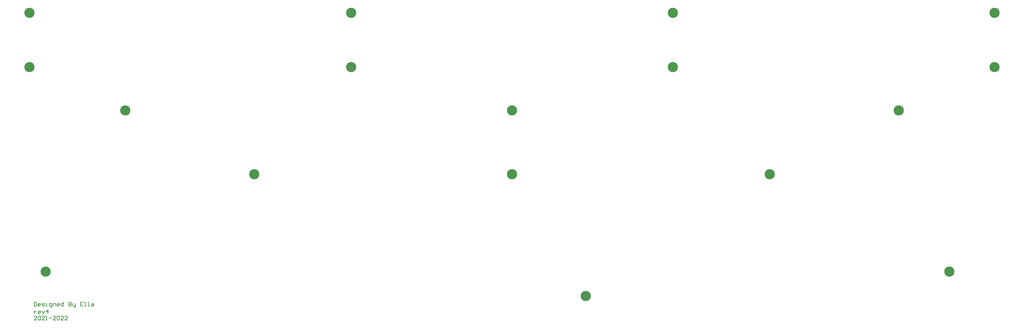
<source format=gbr>
%TF.GenerationSoftware,Altium Limited,Altium Designer,22.1.2 (22)*%
G04 Layer_Color=8388736*
%FSLAX45Y45*%
%MOMM*%
%TF.SameCoordinates,F114383E-4EF1-40AE-95FF-7B5D4795C035*%
%TF.FilePolarity,Negative*%
%TF.FileFunction,Soldermask,Top*%
%TF.Part,Single*%
G01*
G75*
%TA.AperFunction,ComponentPad*%
%ADD11C,3.96000*%
%TA.AperFunction,NonConductor*%
%ADD12C,0.25400*%
D11*
X22898100Y5702300D02*
D03*
X12898100D02*
D03*
X32898099D02*
D03*
X37898099Y8182700D02*
D03*
X22898100D02*
D03*
X7898100D02*
D03*
X4178300Y9867900D02*
D03*
Y11976100D02*
D03*
X41617899Y9867900D02*
D03*
X29138000D02*
D03*
X16658157Y11976100D02*
D03*
Y9867900D02*
D03*
X4800600Y1917700D02*
D03*
X25755600Y965200D02*
D03*
X39865302Y1917700D02*
D03*
X29138016Y11976100D02*
D03*
X41617899Y11969750D02*
D03*
D12*
X4356100Y728796D02*
Y576445D01*
X4432275D01*
X4457667Y601837D01*
Y703404D01*
X4432275Y728796D01*
X4356100D01*
X4584626Y576445D02*
X4533843D01*
X4508451Y601837D01*
Y652620D01*
X4533843Y678012D01*
X4584626D01*
X4610018Y652620D01*
Y627229D01*
X4508451D01*
X4660801Y576445D02*
X4736977D01*
X4762369Y601837D01*
X4736977Y627229D01*
X4686193D01*
X4660801Y652620D01*
X4686193Y678012D01*
X4762369D01*
X4813152Y576445D02*
X4863936D01*
X4838544D01*
Y678012D01*
X4813152D01*
X4990895Y525662D02*
X5016286D01*
X5041678Y551053D01*
Y678012D01*
X4965503D01*
X4940111Y652620D01*
Y601837D01*
X4965503Y576445D01*
X5041678D01*
X5092462D02*
Y678012D01*
X5168637D01*
X5194029Y652620D01*
Y576445D01*
X5320988D02*
X5270204D01*
X5244812Y601837D01*
Y652620D01*
X5270204Y678012D01*
X5320988D01*
X5346380Y652620D01*
Y627229D01*
X5244812D01*
X5498730Y728796D02*
Y576445D01*
X5422555D01*
X5397163Y601837D01*
Y652620D01*
X5422555Y678012D01*
X5498730D01*
X5701865Y728796D02*
Y576445D01*
X5778040D01*
X5803432Y601837D01*
Y627229D01*
X5778040Y652620D01*
X5701865D01*
X5778040D01*
X5803432Y678012D01*
Y703404D01*
X5778040Y728796D01*
X5701865D01*
X5854215Y678012D02*
Y601837D01*
X5879607Y576445D01*
X5955783D01*
Y551053D01*
X5930391Y525662D01*
X5904999D01*
X5955783Y576445D02*
Y678012D01*
X6260484Y728796D02*
X6158917D01*
Y576445D01*
X6260484D01*
X6158917Y652620D02*
X6209700D01*
X6311268Y576445D02*
X6362051D01*
X6336659D01*
Y728796D01*
X6311268D01*
X6438226Y576445D02*
X6489010D01*
X6463618D01*
Y728796D01*
X6438226D01*
X6590577Y678012D02*
X6641361D01*
X6666752Y652620D01*
Y576445D01*
X6590577D01*
X6565185Y601837D01*
X6590577Y627229D01*
X6666752D01*
X4356100Y383448D02*
Y281881D01*
Y332664D01*
X4381492Y358056D01*
X4406883Y383448D01*
X4432275D01*
X4584626Y281881D02*
X4533843D01*
X4508451Y307273D01*
Y358056D01*
X4533843Y383448D01*
X4584626D01*
X4610018Y358056D01*
Y332664D01*
X4508451D01*
X4660801Y383448D02*
X4711585Y281881D01*
X4762369Y383448D01*
X4889328Y281881D02*
Y434232D01*
X4813152Y358056D01*
X4914719D01*
X4457667Y38100D02*
X4356100D01*
X4457667Y139667D01*
Y165059D01*
X4432275Y190451D01*
X4381492D01*
X4356100Y165059D01*
X4508451D02*
X4533843Y190451D01*
X4584626D01*
X4610018Y165059D01*
Y63492D01*
X4584626Y38100D01*
X4533843D01*
X4508451Y63492D01*
Y165059D01*
X4762369Y38100D02*
X4660801D01*
X4762369Y139667D01*
Y165059D01*
X4736977Y190451D01*
X4686193D01*
X4660801Y165059D01*
X4813152Y38100D02*
X4863936D01*
X4838544D01*
Y190451D01*
X4813152Y165059D01*
X4940111Y114275D02*
X5041678D01*
X5194029Y38100D02*
X5092462D01*
X5194029Y139667D01*
Y165059D01*
X5168637Y190451D01*
X5117854D01*
X5092462Y165059D01*
X5244812D02*
X5270204Y190451D01*
X5320988D01*
X5346380Y165059D01*
Y63492D01*
X5320988Y38100D01*
X5270204D01*
X5244812Y63492D01*
Y165059D01*
X5498730Y38100D02*
X5397163D01*
X5498730Y139667D01*
Y165059D01*
X5473339Y190451D01*
X5422555D01*
X5397163Y165059D01*
X5651081Y38100D02*
X5549514D01*
X5651081Y139667D01*
Y165059D01*
X5625689Y190451D01*
X5574906D01*
X5549514Y165059D01*
%TF.MD5,5a26ff3fb74e08225167947054a0d880*%
M02*

</source>
